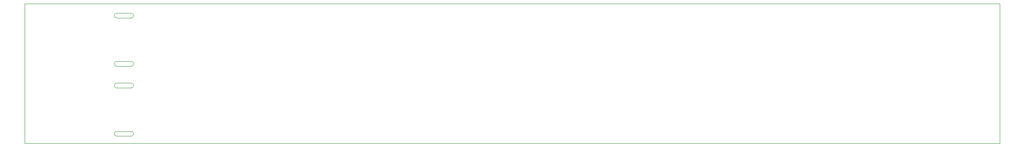
<source format=gbr>
%TF.GenerationSoftware,KiCad,Pcbnew,(5.1.5)-3*%
%TF.CreationDate,2021-02-05T17:27:38+00:00*%
%TF.ProjectId,Power Board,506f7765-7220-4426-9f61-72642e6b6963,rev?*%
%TF.SameCoordinates,Original*%
%TF.FileFunction,Profile,NP*%
%FSLAX46Y46*%
G04 Gerber Fmt 4.6, Leading zero omitted, Abs format (unit mm)*
G04 Created by KiCad (PCBNEW (5.1.5)-3) date 2021-02-05 17:27:38*
%MOMM*%
%LPD*%
G04 APERTURE LIST*
%TA.AperFunction,Profile*%
%ADD10C,0.050000*%
%TD*%
G04 APERTURE END LIST*
D10*
X72000000Y-110500000D02*
X69000000Y-110500000D01*
X72000000Y-100500000D02*
X69000000Y-100500000D01*
X72000000Y-96000000D02*
X69000000Y-96000000D01*
X72000000Y-111500000D02*
X69000000Y-111500000D01*
X72000000Y-101500000D02*
X69000000Y-101500000D01*
X72000000Y-97000000D02*
X69000000Y-97000000D01*
X69000000Y-110500000D02*
G75*
G03X69000000Y-111500000I0J-500000D01*
G01*
X69000000Y-100500000D02*
G75*
G03X69000000Y-101500000I0J-500000D01*
G01*
X69000000Y-96000000D02*
G75*
G03X69000000Y-97000000I0J-500000D01*
G01*
X72000000Y-110500000D02*
G75*
G02X72000000Y-111500000I0J-500000D01*
G01*
X72000000Y-100500000D02*
G75*
G02X72000000Y-101500000I0J-500000D01*
G01*
X72000000Y-96000000D02*
G75*
G02X72000000Y-97000000I0J-500000D01*
G01*
X72000000Y-87000000D02*
X69000000Y-87000000D01*
X69000000Y-86000000D02*
G75*
G03X69000000Y-87000000I0J-500000D01*
G01*
X72000000Y-86000000D02*
X69000000Y-86000000D01*
X72000000Y-86000000D02*
G75*
G02X72000000Y-87000000I0J-500000D01*
G01*
X251000000Y-113000000D02*
X50000000Y-113000000D01*
X251000000Y-84000000D02*
X251000000Y-113000000D01*
X50000000Y-84000000D02*
X251000000Y-84000000D01*
X50000000Y-113000000D02*
X50000000Y-84000000D01*
M02*

</source>
